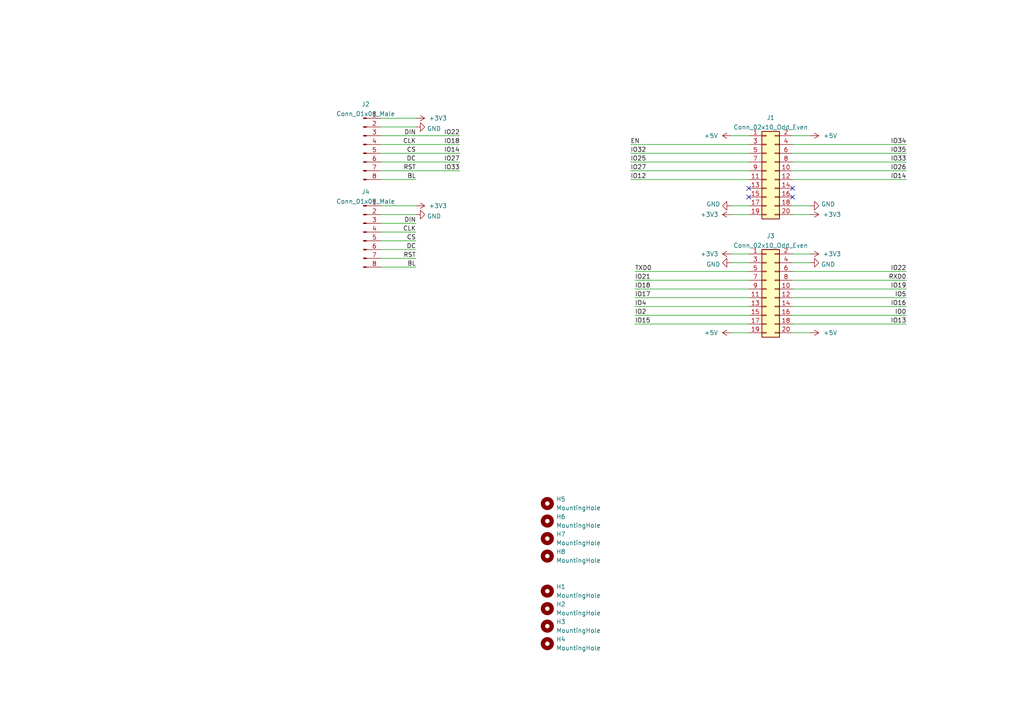
<source format=kicad_sch>
(kicad_sch (version 20211123) (generator eeschema)
  (paper "A4")
  (lib_symbols
    (symbol "Connector:Conn_01x08_Male" (pin_names (offset 1.016) hide)
      (property "Reference" "J" (at 0 10.16 0))
      (property "Value" "Conn_01x08_Male" (at 0 -12.7 0))
      (symbol "Conn_01x08_Male_1_1"
        (polyline (pts (xy 1.27 -10.16) (xy 0.8636 -10.16)) (stroke (width 0.1524)))
        (polyline (pts (xy 1.27 -7.62) (xy 0.8636 -7.62)) (stroke (width 0.1524)))
        (polyline (pts (xy 1.27 -5.08) (xy 0.8636 -5.08)) (stroke (width 0.1524)))
        (polyline (pts (xy 1.27 -2.54) (xy 0.8636 -2.54)) (stroke (width 0.1524)))
        (polyline (pts (xy 1.27 0) (xy 0.8636 0)) (stroke (width 0.1524)))
        (polyline (pts (xy 1.27 2.54) (xy 0.8636 2.54)) (stroke (width 0.1524)))
        (polyline (pts (xy 1.27 5.08) (xy 0.8636 5.08)) (stroke (width 0.1524)))
        (polyline (pts (xy 1.27 7.62) (xy 0.8636 7.62)) (stroke (width 0.1524)))
        (rectangle (start 0.8636 -10.033) (end 0 -10.287) (stroke (width 0.1524)) (fill (type outline)))
        (rectangle (start 0.8636 -7.493) (end 0 -7.747) (stroke (width 0.1524)) (fill (type outline)))
        (rectangle (start 0.8636 -4.953) (end 0 -5.207) (stroke (width 0.1524)) (fill (type outline)))
        (rectangle (start 0.8636 -2.413) (end 0 -2.667) (stroke (width 0.1524)) (fill (type outline)))
        (rectangle (start 0.8636 0.127) (end 0 -0.127) (stroke (width 0.1524)) (fill (type outline)))
        (rectangle (start 0.8636 2.667) (end 0 2.413) (stroke (width 0.1524)) (fill (type outline)))
        (rectangle (start 0.8636 5.207) (end 0 4.953) (stroke (width 0.1524)) (fill (type outline)))
        (rectangle (start 0.8636 7.747) (end 0 7.493) (stroke (width 0.1524)) (fill (type outline)))
        (pin passive line (at 5.08 7.62 180) (length 3.81) (name "Pin_1") (number "1"))
        (pin passive line (at 5.08 5.08 180) (length 3.81) (name "Pin_2") (number "2"))
        (pin passive line (at 5.08 2.54 180) (length 3.81) (name "Pin_3") (number "3"))
        (pin passive line (at 5.08 0 180) (length 3.81) (name "Pin_4") (number "4"))
        (pin passive line (at 5.08 -2.54 180) (length 3.81) (name "Pin_5") (number "5"))
        (pin passive line (at 5.08 -5.08 180) (length 3.81) (name "Pin_6") (number "6"))
        (pin passive line (at 5.08 -7.62 180) (length 3.81) (name "Pin_7") (number "7"))
        (pin passive line (at 5.08 -10.16 180) (length 3.81) (name "Pin_8") (number "8"))
      )
    )
    (symbol "Connector_Generic:Conn_02x10_Odd_Even" (pin_names (offset 1.016) hide)
      (property "Reference" "J" (at 1.27 12.7 0))
      (property "Value" "Conn_02x10_Odd_Even" (at 1.27 -15.24 0))
      (symbol "Conn_02x10_Odd_Even_1_1"
        (rectangle (start -1.27 -12.573) (end 0 -12.827) (stroke (width 0.1524)))
        (rectangle (start -1.27 -10.033) (end 0 -10.287) (stroke (width 0.1524)))
        (rectangle (start -1.27 -7.493) (end 0 -7.747) (stroke (width 0.1524)))
        (rectangle (start -1.27 -4.953) (end 0 -5.207) (stroke (width 0.1524)))
        (rectangle (start -1.27 -2.413) (end 0 -2.667) (stroke (width 0.1524)))
        (rectangle (start -1.27 0.127) (end 0 -0.127) (stroke (width 0.1524)))
        (rectangle (start -1.27 2.667) (end 0 2.413) (stroke (width 0.1524)))
        (rectangle (start -1.27 5.207) (end 0 4.953) (stroke (width 0.1524)))
        (rectangle (start -1.27 7.747) (end 0 7.493) (stroke (width 0.1524)))
        (rectangle (start -1.27 10.287) (end 0 10.033) (stroke (width 0.1524)))
        (rectangle (start -1.27 11.43) (end 3.81 -13.97) (stroke (width 0.254)) (fill (type background)))
        (rectangle (start 3.81 -12.573) (end 2.54 -12.827) (stroke (width 0.1524)))
        (rectangle (start 3.81 -10.033) (end 2.54 -10.287) (stroke (width 0.1524)))
        (rectangle (start 3.81 -7.493) (end 2.54 -7.747) (stroke (width 0.1524)))
        (rectangle (start 3.81 -4.953) (end 2.54 -5.207) (stroke (width 0.1524)))
        (rectangle (start 3.81 -2.413) (end 2.54 -2.667) (stroke (width 0.1524)))
        (rectangle (start 3.81 0.127) (end 2.54 -0.127) (stroke (width 0.1524)))
        (rectangle (start 3.81 2.667) (end 2.54 2.413) (stroke (width 0.1524)))
        (rectangle (start 3.81 5.207) (end 2.54 4.953) (stroke (width 0.1524)))
        (rectangle (start 3.81 7.747) (end 2.54 7.493) (stroke (width 0.1524)))
        (rectangle (start 3.81 10.287) (end 2.54 10.033) (stroke (width 0.1524)))
        (pin passive line (at -5.08 10.16 0) (length 3.81) (name "Pin_1") (number "1"))
        (pin passive line (at 7.62 0 180) (length 3.81) (name "Pin_10") (number "10"))
        (pin passive line (at -5.08 -2.54 0) (length 3.81) (name "Pin_11") (number "11"))
        (pin passive line (at 7.62 -2.54 180) (length 3.81) (name "Pin_12") (number "12"))
        (pin passive line (at -5.08 -5.08 0) (length 3.81) (name "Pin_13") (number "13"))
        (pin passive line (at 7.62 -5.08 180) (length 3.81) (name "Pin_14") (number "14"))
        (pin passive line (at -5.08 -7.62 0) (length 3.81) (name "Pin_15") (number "15"))
        (pin passive line (at 7.62 -7.62 180) (length 3.81) (name "Pin_16") (number "16"))
        (pin passive line (at -5.08 -10.16 0) (length 3.81) (name "Pin_17") (number "17"))
        (pin passive line (at 7.62 -10.16 180) (length 3.81) (name "Pin_18") (number "18"))
        (pin passive line (at -5.08 -12.7 0) (length 3.81) (name "Pin_19") (number "19"))
        (pin passive line (at 7.62 10.16 180) (length 3.81) (name "Pin_2") (number "2"))
        (pin passive line (at 7.62 -12.7 180) (length 3.81) (name "Pin_20") (number "20"))
        (pin passive line (at -5.08 7.62 0) (length 3.81) (name "Pin_3") (number "3"))
        (pin passive line (at 7.62 7.62 180) (length 3.81) (name "Pin_4") (number "4"))
        (pin passive line (at -5.08 5.08 0) (length 3.81) (name "Pin_5") (number "5"))
        (pin passive line (at 7.62 5.08 180) (length 3.81) (name "Pin_6") (number "6"))
        (pin passive line (at -5.08 2.54 0) (length 3.81) (name "Pin_7") (number "7"))
        (pin passive line (at 7.62 2.54 180) (length 3.81) (name "Pin_8") (number "8"))
        (pin passive line (at -5.08 0 0) (length 3.81) (name "Pin_9") (number "9"))
      )
    )
    (symbol "Mechanical:MountingHole" (pin_names (offset 1.016))
      (property "Reference" "H" (at 0 5.08 0))
      (property "Value" "MountingHole" (at 0 3.175 0))
      (symbol "MountingHole_0_1"
        (circle (center 0 0) (radius 1.27) (stroke (width 1.27)))
      )
    )
    (symbol "power:+3.3V" (power) (pin_names (offset 0))
      (property "Value" "+3.3V" (at 0 3.556 0))
      (symbol "+3.3V_0_1"
        (polyline (pts (xy -0.762 1.27) (xy 0 2.54)))
        (polyline (pts (xy 0 0) (xy 0 2.54)))
        (polyline (pts (xy 0 2.54) (xy 0.762 1.27)))
      )
      (symbol "+3.3V_1_1"
        (pin power_in line (at 0 0 90) (length 0) hide (name "+3V3") (number "1"))
      )
    )
    (symbol "power:+5V" (power) (pin_names (offset 0))
      (property "Value" "+5V" (at 0 3.556 0))
      (symbol "+5V_0_1"
        (polyline (pts (xy -0.762 1.27) (xy 0 2.54)))
        (polyline (pts (xy 0 0) (xy 0 2.54)))
        (polyline (pts (xy 0 2.54) (xy 0.762 1.27)))
      )
      (symbol "+5V_1_1"
        (pin power_in line (at 0 0 90) (length 0) hide (name "+5V") (number "1"))
      )
    )
    (symbol "power:GND" (power) (pin_names (offset 0))
      (property "Value" "GND" (at 0 -3.81 0))
      (symbol "GND_0_1"
        (polyline (pts (xy 0 0) (xy 0 -1.27) (xy 1.27 -1.27) (xy 0 -2.54) (xy -1.27 -1.27) (xy 0 -1.27)))
      )
      (symbol "GND_1_1"
        (pin power_in line (at 0 0 270) (length 0) hide (name "GND") (number "1"))
      )
    )
  )
  (no_connect (at 217.17 57.15))
  (no_connect (at 229.87 57.15))
  (no_connect (at 229.87 54.61))
  (no_connect (at 217.17 54.61))
  (wire (pts (xy 110.49 62.23) (xy 120.65 62.23)))
  (wire (pts (xy 229.87 49.53) (xy 262.89 49.53)))
  (wire (pts (xy 212.09 59.69) (xy 217.17 59.69)))
  (wire (pts (xy 184.15 86.36) (xy 217.17 86.36)))
  (wire (pts (xy 182.88 41.91) (xy 217.17 41.91)))
  (wire (pts (xy 212.09 73.66) (xy 217.17 73.66)))
  (wire (pts (xy 212.09 39.37) (xy 217.17 39.37)))
  (wire (pts (xy 234.95 62.23) (xy 229.87 62.23)))
  (wire (pts (xy 229.87 83.82) (xy 262.89 83.82)))
  (wire (pts (xy 110.49 74.93) (xy 120.65 74.93)))
  (wire (pts (xy 110.49 34.29) (xy 120.65 34.29)))
  (wire (pts (xy 234.95 96.52) (xy 229.87 96.52)))
  (wire (pts (xy 212.09 76.2) (xy 217.17 76.2)))
  (wire (pts (xy 229.87 81.28) (xy 262.89 81.28)))
  (wire (pts (xy 110.49 44.45) (xy 133.35 44.45)))
  (wire (pts (xy 110.49 36.83) (xy 120.65 36.83)))
  (wire (pts (xy 184.15 88.9) (xy 217.17 88.9)))
  (wire (pts (xy 184.15 91.44) (xy 217.17 91.44)))
  (wire (pts (xy 182.88 44.45) (xy 217.17 44.45)))
  (wire (pts (xy 110.49 59.69) (xy 120.65 59.69)))
  (wire (pts (xy 184.15 83.82) (xy 217.17 83.82)))
  (wire (pts (xy 229.87 44.45) (xy 262.89 44.45)))
  (wire (pts (xy 110.49 41.91) (xy 133.35 41.91)))
  (wire (pts (xy 212.09 62.23) (xy 217.17 62.23)))
  (wire (pts (xy 110.49 67.31) (xy 120.65 67.31)))
  (wire (pts (xy 234.95 73.66) (xy 229.87 73.66)))
  (wire (pts (xy 234.95 59.69) (xy 229.87 59.69)))
  (wire (pts (xy 110.49 72.39) (xy 120.65 72.39)))
  (wire (pts (xy 229.87 93.98) (xy 262.89 93.98)))
  (wire (pts (xy 229.87 86.36) (xy 262.89 86.36)))
  (wire (pts (xy 110.49 46.99) (xy 133.35 46.99)))
  (wire (pts (xy 234.95 76.2) (xy 229.87 76.2)))
  (wire (pts (xy 182.88 49.53) (xy 217.17 49.53)))
  (wire (pts (xy 229.87 91.44) (xy 262.89 91.44)))
  (wire (pts (xy 184.15 81.28) (xy 217.17 81.28)))
  (wire (pts (xy 229.87 41.91) (xy 262.89 41.91)))
  (wire (pts (xy 182.88 46.99) (xy 217.17 46.99)))
  (wire (pts (xy 182.88 52.07) (xy 217.17 52.07)))
  (wire (pts (xy 110.49 49.53) (xy 133.35 49.53)))
  (wire (pts (xy 229.87 78.74) (xy 262.89 78.74)))
  (wire (pts (xy 110.49 39.37) (xy 133.35 39.37)))
  (wire (pts (xy 110.49 77.47) (xy 120.65 77.47)))
  (wire (pts (xy 229.87 52.07) (xy 262.89 52.07)))
  (wire (pts (xy 110.49 64.77) (xy 120.65 64.77)))
  (wire (pts (xy 229.87 88.9) (xy 262.89 88.9)))
  (wire (pts (xy 229.87 46.99) (xy 262.89 46.99)))
  (wire (pts (xy 110.49 69.85) (xy 120.65 69.85)))
  (wire (pts (xy 110.49 52.07) (xy 120.65 52.07)))
  (wire (pts (xy 234.95 39.37) (xy 229.87 39.37)))
  (wire (pts (xy 184.15 78.74) (xy 217.17 78.74)))
  (wire (pts (xy 184.15 93.98) (xy 217.17 93.98)))
  (wire (pts (xy 212.09 96.52) (xy 217.17 96.52)))
  (label "IO15" (at 184.15 93.98 0))
  (label "IO2" (at 184.15 91.44 0))
  (label "DC" (at 120.65 46.99 180))
  (label "BL" (at 120.65 77.47 180))
  (label "IO34" (at 262.89 41.91 180))
  (label "EN" (at 182.88 41.91 0))
  (label "IO19" (at 262.89 83.82 180))
  (label "IO18" (at 184.15 83.82 0))
  (label "RST" (at 120.65 74.93 180))
  (label "DC" (at 120.65 72.39 180))
  (label "IO27" (at 133.35 46.99 180))
  (label "IO13" (at 262.89 93.98 180))
  (label "RST" (at 120.65 49.53 180))
  (label "RXD0" (at 262.89 81.28 180))
  (label "IO5" (at 262.89 86.36 180))
  (label "IO18" (at 133.35 41.91 180))
  (label "IO21" (at 184.15 81.28 0))
  (label "CS" (at 120.65 69.85 180))
  (label "IO14" (at 262.89 52.07 180))
  (label "IO33" (at 262.89 46.99 180))
  (label "DIN" (at 120.65 64.77 180))
  (label "IO35" (at 262.89 44.45 180))
  (label "IO22" (at 262.89 78.74 180))
  (label "BL" (at 120.65 52.07 180))
  (label "IO14" (at 133.35 44.45 180))
  (label "IO17" (at 184.15 86.36 0))
  (label "IO16" (at 262.89 88.9 180))
  (label "IO12" (at 182.88 52.07 0))
  (label "IO26" (at 262.89 49.53 180))
  (label "CS" (at 120.65 44.45 180))
  (label "IO27" (at 182.88 49.53 0))
  (label "IO25" (at 182.88 46.99 0))
  (label "IO22" (at 133.35 39.37 180))
  (label "IO0" (at 262.89 91.44 180))
  (label "TXD0" (at 184.15 78.74 0))
  (label "IO4" (at 184.15 88.9 0))
  (label "CLK" (at 120.65 41.91 180))
  (label "CLK" (at 120.65 67.31 180))
  (label "IO33" (at 133.35 49.53 180))
  (label "DIN" (at 120.65 39.37 180))
  (label "IO32" (at 182.88 44.45 0))
  (symbol (lib_id "power:GND") (at 212.09 76.2 270) (unit 1)
    (property "Reference" "#PWR0108" (effects hide))
    (property "Value" "GND" (at 208.9151 76.679 90) (effects (justify right)))
  )
  (symbol (lib_id "power:GND") (at 120.65 36.83 90) (unit 1)
    (property "Reference" "#PWR0101" (effects hide))
    (property "Value" "GND" (at 123.825 37.309 90) (effects (justify right)))
  )
  (symbol (lib_id "Mechanical:MountingHole") (at 158.75 161.29 0) (unit 1)
    (property "Reference" "H8" (at 161.29 160.0199 0) (effects (justify left)))
    (property "Value" "MountingHole" (at 161.29 162.5599 0) (effects (justify left)))
    (property "Footprint" "MountingHole:MountingHole_3.2mm_M3" (effects hide))
  )
  (symbol (lib_id "Mechanical:MountingHole") (at 158.75 176.53 0) (unit 1)
    (property "Reference" "H2" (at 161.29 175.2599 0) (effects (justify left)))
    (property "Value" "MountingHole" (at 161.29 177.7999 0) (effects (justify left)))
    (property "Footprint" "MountingHole:MountingHole_3.2mm_M3_Pad_Via" (effects hide))
  )
  (symbol (lib_id "Mechanical:MountingHole") (at 158.75 171.45 0) (unit 1)
    (property "Reference" "H1" (at 161.29 170.1799 0) (effects (justify left)))
    (property "Value" "MountingHole" (at 161.29 172.7199 0) (effects (justify left)))
    (property "Footprint" "MountingHole:MountingHole_3.2mm_M3_Pad_Via" (effects hide))
  )
  (symbol (lib_id "Mechanical:MountingHole") (at 158.75 151.13 0) (unit 1)
    (property "Reference" "H6" (at 161.29 149.8599 0) (effects (justify left)))
    (property "Value" "MountingHole" (at 161.29 152.3999 0) (effects (justify left)))
    (property "Footprint" "MountingHole:MountingHole_3.2mm_M3" (effects hide))
  )
  (symbol (lib_id "power:+5V") (at 212.09 39.37 90) (mirror x) (unit 1)
    (property "Reference" "#PWR0119" (effects hide))
    (property "Value" "+5V" (at 208.28 39.37 90) (effects (justify left)))
  )
  (symbol (lib_id "power:+3.3V") (at 120.65 59.69 270) (mirror x) (unit 1)
    (property "Reference" "#PWR0107" (effects hide))
    (property "Value" "+3.3V" (at 127 59.69 90))
  )
  (symbol (lib_id "Connector_Generic:Conn_02x10_Odd_Even") (at 222.25 49.53 0) (unit 1)
    (property "Reference" "J1" (at 223.52 34.1335 0))
    (property "Value" "Conn_02x10_Odd_Even" (at 223.52 36.9086 0))
    (property "Footprint" "Connector_PinHeader_2.54mm:PinHeader_2x10_P2.54mm_Vertical" (effects hide))
  )
  (symbol (lib_id "power:GND") (at 212.09 59.69 270) (mirror x) (unit 1)
    (property "Reference" "#PWR0121" (effects hide))
    (property "Value" "GND" (at 208.9151 59.211 90) (effects (justify right)))
  )
  (symbol (lib_id "power:+3.3V") (at 212.09 62.23 90) (mirror x) (unit 1)
    (property "Reference" "#PWR0122" (effects hide))
    (property "Value" "+3.3V" (at 205.74 62.23 90))
  )
  (symbol (lib_id "power:GND") (at 234.95 59.69 90) (unit 1)
    (property "Reference" "#PWR0116" (effects hide))
    (property "Value" "GND" (at 238.1249 59.211 90) (effects (justify right)))
  )
  (symbol (lib_id "Connector:Conn_01x08_Male") (at 105.41 41.91 0) (unit 1)
    (property "Reference" "J2" (at 106.045 30.2473 0))
    (property "Value" "Conn_01x08_Male" (at 106.045 33.0224 0))
    (property "Footprint" "Connector_PinHeader_2.00mm:PinHeader_1x08_P2.00mm_Vertical" (effects hide))
  )
  (symbol (lib_id "Connector_Generic:Conn_02x10_Odd_Even") (at 222.25 83.82 0) (unit 1)
    (property "Reference" "J3" (at 223.52 68.4235 0))
    (property "Value" "Conn_02x10_Odd_Even" (at 223.52 71.1986 0))
    (property "Footprint" "Connector_PinHeader_2.54mm:PinHeader_2x10_P2.54mm_Vertical" (effects hide))
  )
  (symbol (lib_id "power:GND") (at 120.65 62.23 90) (unit 1)
    (property "Reference" "#PWR0106" (effects hide))
    (property "Value" "GND" (at 123.825 62.709 90) (effects (justify right)))
  )
  (symbol (lib_id "power:+5V") (at 212.09 96.52 90) (unit 1)
    (property "Reference" "#PWR0114" (effects hide))
    (property "Value" "+5V" (at 208.28 96.52 90) (effects (justify left)))
  )
  (symbol (lib_id "Mechanical:MountingHole") (at 158.75 181.61 0) (unit 1)
    (property "Reference" "H3" (at 161.29 180.3399 0) (effects (justify left)))
    (property "Value" "MountingHole" (at 161.29 182.8799 0) (effects (justify left)))
    (property "Footprint" "MountingHole:MountingHole_3.2mm_M3_Pad_Via" (effects hide))
  )
  (symbol (lib_id "power:+5V") (at 234.95 96.52 270) (mirror x) (unit 1)
    (property "Reference" "#PWR0102" (effects hide))
    (property "Value" "+5V" (at 238.76 96.52 90) (effects (justify left)))
  )
  (symbol (lib_id "power:+3.3V") (at 212.09 73.66 90) (unit 1)
    (property "Reference" "#PWR0109" (effects hide))
    (property "Value" "+3.3V" (at 205.74 73.66 90))
  )
  (symbol (lib_id "power:+3.3V") (at 120.65 34.29 270) (mirror x) (unit 1)
    (property "Reference" "#PWR0105" (effects hide))
    (property "Value" "+3.3V" (at 127 34.29 90))
  )
  (symbol (lib_id "power:+5V") (at 234.95 39.37 270) (unit 1)
    (property "Reference" "#PWR0123" (effects hide))
    (property "Value" "+5V" (at 238.76 39.37 90) (effects (justify left)))
  )
  (symbol (lib_id "power:GND") (at 234.95 76.2 90) (mirror x) (unit 1)
    (property "Reference" "#PWR0103" (effects hide))
    (property "Value" "GND" (at 238.1249 76.679 90) (effects (justify right)))
  )
  (symbol (lib_id "Connector:Conn_01x08_Male") (at 105.41 67.31 0) (unit 1)
    (property "Reference" "J4" (at 106.045 55.6473 0))
    (property "Value" "Conn_01x08_Male" (at 106.045 58.4224 0))
    (property "Footprint" "Connector_PinHeader_2.00mm:PinHeader_1x08_P2.00mm_Vertical" (effects hide))
  )
  (symbol (lib_id "Mechanical:MountingHole") (at 158.75 146.05 0) (unit 1)
    (property "Reference" "H5" (at 161.29 144.7799 0) (effects (justify left)))
    (property "Value" "MountingHole" (at 161.29 147.3199 0) (effects (justify left)))
    (property "Footprint" "MountingHole:MountingHole_3.2mm_M3" (effects hide))
  )
  (symbol (lib_id "power:+3.3V") (at 234.95 73.66 270) (mirror x) (unit 1)
    (property "Reference" "#PWR0104" (effects hide))
    (property "Value" "+3.3V" (at 241.3 73.66 90))
  )
  (symbol (lib_id "power:+3.3V") (at 234.95 62.23 270) (unit 1)
    (property "Reference" "#PWR0115" (effects hide))
    (property "Value" "+3.3V" (at 241.3 62.23 90))
  )
  (symbol (lib_id "Mechanical:MountingHole") (at 158.75 156.21 0) (unit 1)
    (property "Reference" "H7" (at 161.29 154.9399 0) (effects (justify left)))
    (property "Value" "MountingHole" (at 161.29 157.4799 0) (effects (justify left)))
    (property "Footprint" "MountingHole:MountingHole_3.2mm_M3" (effects hide))
  )
  (symbol (lib_id "Mechanical:MountingHole") (at 158.75 186.69 0) (unit 1)
    (property "Reference" "H4" (at 161.29 185.4199 0) (effects (justify left)))
    (property "Value" "MountingHole" (at 161.29 187.9599 0) (effects (justify left)))
    (property "Footprint" "MountingHole:MountingHole_3.2mm_M3_Pad_Via" (effects hide))
  )
)
</source>
